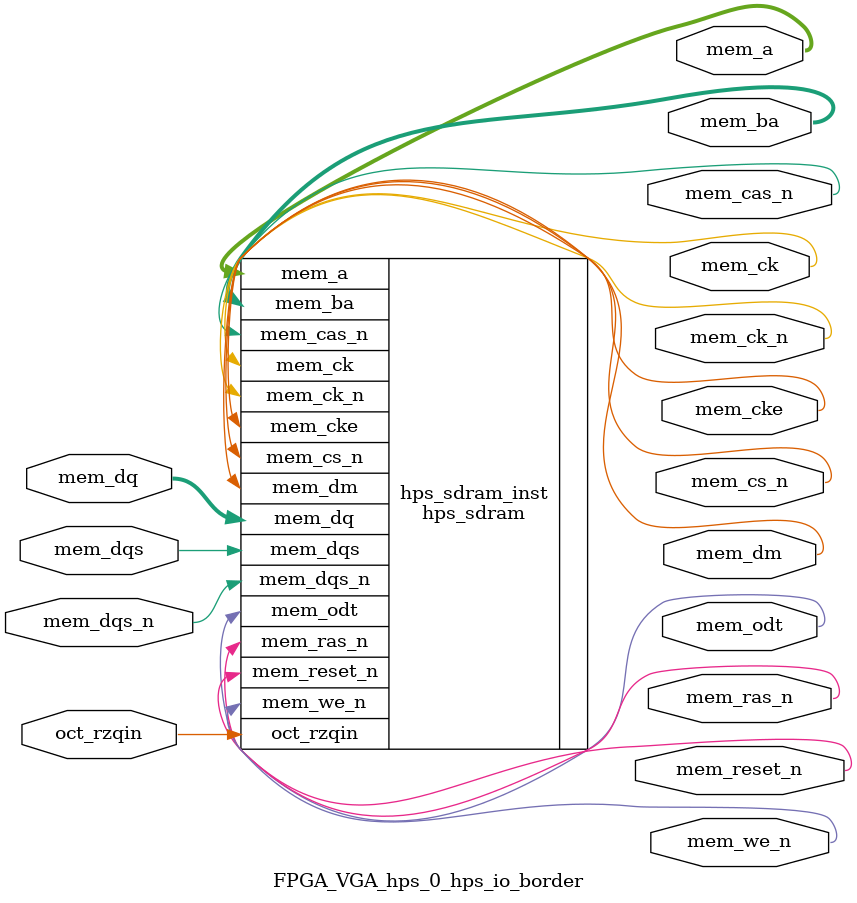
<source format=sv>


module FPGA_VGA_hps_0_hps_io_border(
// memory
  output wire [13 - 1 : 0 ] mem_a
 ,output wire [3 - 1 : 0 ] mem_ba
 ,output wire [1 - 1 : 0 ] mem_ck
 ,output wire [1 - 1 : 0 ] mem_ck_n
 ,output wire [1 - 1 : 0 ] mem_cke
 ,output wire [1 - 1 : 0 ] mem_cs_n
 ,output wire [1 - 1 : 0 ] mem_ras_n
 ,output wire [1 - 1 : 0 ] mem_cas_n
 ,output wire [1 - 1 : 0 ] mem_we_n
 ,output wire [1 - 1 : 0 ] mem_reset_n
 ,inout wire [8 - 1 : 0 ] mem_dq
 ,inout wire [1 - 1 : 0 ] mem_dqs
 ,inout wire [1 - 1 : 0 ] mem_dqs_n
 ,output wire [1 - 1 : 0 ] mem_odt
 ,output wire [1 - 1 : 0 ] mem_dm
 ,input wire [1 - 1 : 0 ] oct_rzqin
);


hps_sdram hps_sdram_inst(
 .mem_dq({
    mem_dq[7:0] // 7:0
  })
,.mem_odt({
    mem_odt[0:0] // 0:0
  })
,.mem_ras_n({
    mem_ras_n[0:0] // 0:0
  })
,.mem_dqs_n({
    mem_dqs_n[0:0] // 0:0
  })
,.mem_dqs({
    mem_dqs[0:0] // 0:0
  })
,.mem_dm({
    mem_dm[0:0] // 0:0
  })
,.mem_we_n({
    mem_we_n[0:0] // 0:0
  })
,.mem_cas_n({
    mem_cas_n[0:0] // 0:0
  })
,.mem_ba({
    mem_ba[2:0] // 2:0
  })
,.mem_a({
    mem_a[12:0] // 12:0
  })
,.mem_cs_n({
    mem_cs_n[0:0] // 0:0
  })
,.mem_ck({
    mem_ck[0:0] // 0:0
  })
,.mem_cke({
    mem_cke[0:0] // 0:0
  })
,.oct_rzqin({
    oct_rzqin[0:0] // 0:0
  })
,.mem_reset_n({
    mem_reset_n[0:0] // 0:0
  })
,.mem_ck_n({
    mem_ck_n[0:0] // 0:0
  })
);

endmodule


</source>
